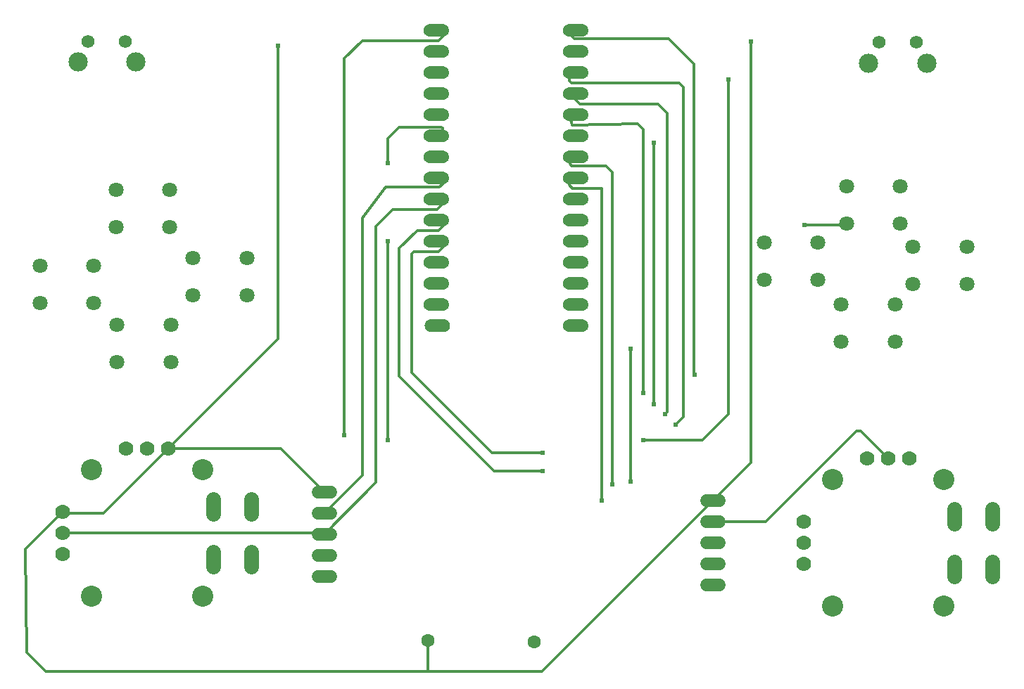
<source format=gbl>
G04 Layer: BottomLayer*
G04 EasyEDA v6.5.5, 2022-05-16 22:10:27*
G04 b8c07eb695134d75bee5dc6a5e37684e,a4ea12fd96744f7d9b8618c9b4952ea7,10*
G04 Gerber Generator version 0.2*
G04 Scale: 100 percent, Rotated: No, Reflected: No *
G04 Dimensions in millimeters *
G04 leading zeros omitted , absolute positions ,4 integer and 5 decimal *
%FSLAX45Y45*%
%MOMM*%

%ADD10C,0.3000*%
%ADD11C,0.6150*%
%ADD14C,1.8000*%
%ADD15C,1.7780*%
%ADD16C,2.5400*%
%ADD17C,1.5751*%
%ADD18C,2.3251*%
%ADD19C,1.6000*%
%ADD20C,1.5240*%

%LPD*%
D10*
X-241300Y952500D02*
G01*
X-241300Y5486400D01*
X-25400Y5702300D01*
X889000Y5702300D01*
X939800Y5753100D01*
X939800Y5829300D01*
X3746500Y1079500D02*
G01*
X3835400Y1168400D01*
X3835400Y5143500D01*
X3784600Y5194300D01*
X2489200Y5194300D01*
X2463800Y5219700D01*
X2463800Y5321300D01*
X4381500Y5232400D02*
G01*
X4381500Y1206500D01*
X4064000Y889000D01*
X3352800Y889000D01*
X838200Y4660900D02*
G01*
X927100Y4660900D01*
X939800Y4648200D01*
X939800Y4559300D01*
X279400Y4229100D02*
G01*
X279400Y4521200D01*
X419100Y4660900D01*
X838200Y4660900D01*
X-482600Y12700D02*
G01*
X-25400Y469900D01*
X-25400Y3568700D01*
X254000Y3937000D01*
X901700Y3937000D01*
X939800Y3975100D01*
X939800Y4051300D01*
X2146300Y520700D02*
G01*
X1562100Y520700D01*
X419100Y1663700D01*
X419100Y3200400D01*
X635000Y3416300D01*
X889000Y3416300D01*
X939800Y3467100D01*
X939800Y3543300D01*
X2578100Y4191000D02*
G01*
X2489200Y4191000D01*
X2476500Y4216400D01*
X2476500Y4292600D01*
X2463800Y4305300D01*
X3619500Y1206500D02*
G01*
X3644900Y1231900D01*
X3644900Y4826000D01*
X3530600Y4940300D01*
X2590800Y4940300D01*
X2463800Y5067300D01*
X3975100Y1676400D02*
G01*
X3962400Y1689100D01*
X3962400Y5422900D01*
X3657600Y5727700D01*
X2527300Y5727700D01*
X2463800Y5791200D01*
X2463800Y5829300D01*
X3352800Y1460500D02*
G01*
X3352800Y4635500D01*
X3289300Y4699000D01*
X2501900Y4686300D01*
X2463800Y4813300D01*
X-2362200Y787400D02*
G01*
X-3136900Y12700D01*
X-3144779Y12700D01*
X-3632200Y25400D02*
G01*
X-3619500Y12700D01*
X-3136900Y12700D01*
X-2362200Y787400D02*
G01*
X-1003300Y787400D01*
X-482600Y266700D01*
X6299200Y673100D02*
G01*
X5969000Y1003300D01*
X5918200Y1003300D01*
X4826000Y-88900D01*
X4191000Y-88900D01*
X5796285Y3496053D02*
G01*
X5780031Y3479800D01*
X5295900Y3479800D01*
X3479800Y1320800D02*
G01*
X3479800Y4470400D01*
X2146300Y736600D02*
G01*
X1535429Y736600D01*
X939800Y3289300D02*
G01*
X939800Y3213100D01*
X889000Y3162300D01*
X596900Y3162300D01*
X571500Y3136900D01*
X571500Y1701545D01*
X1535429Y736600D01*
X-482600Y-241300D02*
G01*
X139707Y381007D01*
X139707Y3467107D01*
X342900Y3670300D01*
X876300Y3670300D01*
X939800Y3733800D01*
X939800Y3797300D01*
X279400Y889000D02*
G01*
X279400Y3289300D01*
X2578100Y4191000D02*
G01*
X2908300Y4191000D01*
X2984500Y4114800D01*
X2984500Y355600D01*
X2857500Y165100D02*
G01*
X2857500Y3924300D01*
X2501900Y3924300D01*
X2463800Y3962400D01*
X2463800Y4051300D01*
X-2362200Y787400D02*
G01*
X-1041400Y2108200D01*
X-1041400Y5638800D01*
X3200400Y1993900D02*
G01*
X3200400Y393700D01*
X4191000Y165100D02*
G01*
X4648200Y622300D01*
X4648200Y5689600D01*
X-3632200Y-228600D02*
G01*
X-495300Y-228600D01*
X-482600Y-241300D01*
X-3632200Y25400D02*
G01*
X-4076700Y-419100D01*
X-4064000Y-1663700D01*
X-3835400Y-1892300D01*
X2133600Y-1892300D01*
X4191000Y165100D01*
X762000Y-1524000D02*
G01*
X762000Y-1892300D01*
D14*
G01*
X7246620Y2772155D03*
G01*
X7246620Y3222244D03*
G01*
X6596379Y2772155D03*
G01*
X6596379Y3222244D03*
G01*
X6383020Y2073655D03*
G01*
X6383020Y2523744D03*
G01*
X5732779Y2073655D03*
G01*
X5732779Y2523744D03*
G01*
X-2329179Y1832355D03*
G01*
X-2329179Y2282444D03*
G01*
X-2979420Y1832355D03*
G01*
X-2979420Y2282444D03*
G01*
X-3256279Y2543555D03*
G01*
X-3256279Y2993644D03*
G01*
X-3906520Y2543555D03*
G01*
X-3906520Y2993644D03*
G01*
X-1414779Y2632455D03*
G01*
X-1414779Y3082544D03*
G01*
X-2065020Y2632455D03*
G01*
X-2065020Y3082544D03*
G01*
X-2341879Y3457955D03*
G01*
X-2341879Y3908044D03*
G01*
X-2992120Y3457955D03*
G01*
X-2992120Y3908044D03*
G01*
X6446520Y3496055D03*
G01*
X6446520Y3946144D03*
G01*
X5796279Y3496055D03*
G01*
X5796279Y3946144D03*
G01*
X5455920Y2822955D03*
G01*
X5455920Y3273044D03*
G01*
X4805679Y2822955D03*
G01*
X4805679Y3273044D03*
D15*
G01*
X-3632200Y25400D03*
G01*
X-3632200Y-228600D03*
G01*
X-3632200Y-482600D03*
D16*
G01*
X-1949450Y533400D03*
G01*
X-3282950Y533400D03*
G01*
X-3282950Y-990600D03*
G01*
X-1949450Y-990600D03*
D15*
G01*
X-2362200Y787400D03*
G01*
X-2616200Y787400D03*
G01*
X-2870200Y787400D03*
G01*
X5283200Y-88900D03*
G01*
X5283200Y-342900D03*
G01*
X5283200Y-596900D03*
D16*
G01*
X6965950Y419100D03*
G01*
X5632450Y419100D03*
G01*
X5632450Y-1104900D03*
G01*
X6965950Y-1104900D03*
D15*
G01*
X6553200Y673100D03*
G01*
X6299200Y673100D03*
G01*
X6045200Y673100D03*
G36*
X2463794Y2197100D02*
G01*
X2454244Y2197709D01*
X2444846Y2199512D01*
X2435727Y2202459D01*
X2427091Y2206523D01*
X2419014Y2211654D01*
X2411623Y2217750D01*
X2405070Y2224735D01*
X2399456Y2232482D01*
X2394833Y2240864D01*
X2391328Y2249754D01*
X2388941Y2259025D01*
X2387747Y2268524D01*
X2387747Y2278100D01*
X2388941Y2287574D01*
X2391328Y2296845D01*
X2394833Y2305761D01*
X2399456Y2314143D01*
X2405070Y2321890D01*
X2411623Y2328849D01*
X2419014Y2334945D01*
X2427091Y2340076D01*
X2435727Y2344165D01*
X2444846Y2347112D01*
X2454244Y2348915D01*
X2463794Y2349500D01*
X2616194Y2349500D01*
X2625745Y2348915D01*
X2635143Y2347112D01*
X2644236Y2344165D01*
X2652897Y2340076D01*
X2660975Y2334945D01*
X2668341Y2328849D01*
X2674894Y2321890D01*
X2680533Y2314143D01*
X2685130Y2305761D01*
X2688661Y2296845D01*
X2691048Y2287574D01*
X2692242Y2278100D01*
X2692242Y2268524D01*
X2691048Y2259025D01*
X2688661Y2249754D01*
X2685130Y2240864D01*
X2680533Y2232482D01*
X2674894Y2224735D01*
X2668341Y2217750D01*
X2660975Y2211654D01*
X2652897Y2206523D01*
X2644236Y2202459D01*
X2635143Y2199512D01*
X2625745Y2197709D01*
X2616194Y2197100D01*
G37*
G36*
X2463794Y2451100D02*
G01*
X2454244Y2451709D01*
X2444846Y2453512D01*
X2435727Y2456459D01*
X2427091Y2460523D01*
X2419014Y2465654D01*
X2411623Y2471750D01*
X2405070Y2478735D01*
X2399456Y2486482D01*
X2394833Y2494864D01*
X2391328Y2503754D01*
X2388941Y2513025D01*
X2387747Y2522524D01*
X2387747Y2532100D01*
X2388941Y2541574D01*
X2391328Y2550845D01*
X2394833Y2559761D01*
X2399456Y2568143D01*
X2405070Y2575890D01*
X2411623Y2582849D01*
X2419014Y2588945D01*
X2427091Y2594076D01*
X2435727Y2598165D01*
X2444846Y2601112D01*
X2454244Y2602915D01*
X2463794Y2603500D01*
X2616194Y2603500D01*
X2625745Y2602915D01*
X2635143Y2601112D01*
X2644236Y2598165D01*
X2652897Y2594076D01*
X2660975Y2588945D01*
X2668341Y2582849D01*
X2674894Y2575890D01*
X2680533Y2568143D01*
X2685130Y2559761D01*
X2688661Y2550845D01*
X2691048Y2541574D01*
X2692242Y2532100D01*
X2692242Y2522524D01*
X2691048Y2513025D01*
X2688661Y2503754D01*
X2685130Y2494864D01*
X2680533Y2486482D01*
X2674894Y2478735D01*
X2668341Y2471750D01*
X2660975Y2465654D01*
X2652897Y2460523D01*
X2644236Y2456459D01*
X2635143Y2453512D01*
X2625745Y2451709D01*
X2616194Y2451100D01*
G37*
G36*
X2463794Y2705100D02*
G01*
X2454244Y2705709D01*
X2444846Y2707512D01*
X2435727Y2710459D01*
X2427091Y2714523D01*
X2419014Y2719654D01*
X2411623Y2725750D01*
X2405070Y2732735D01*
X2399456Y2740482D01*
X2394833Y2748864D01*
X2391328Y2757754D01*
X2388941Y2767025D01*
X2387747Y2776524D01*
X2387747Y2786100D01*
X2388941Y2795574D01*
X2391328Y2804845D01*
X2394833Y2813761D01*
X2399456Y2822143D01*
X2405070Y2829890D01*
X2411623Y2836849D01*
X2419014Y2842945D01*
X2427091Y2848076D01*
X2435727Y2852165D01*
X2444846Y2855112D01*
X2454244Y2856915D01*
X2463794Y2857500D01*
X2616194Y2857500D01*
X2625745Y2856915D01*
X2635143Y2855112D01*
X2644236Y2852165D01*
X2652897Y2848076D01*
X2660975Y2842945D01*
X2668341Y2836849D01*
X2674894Y2829890D01*
X2680533Y2822143D01*
X2685130Y2813761D01*
X2688661Y2804845D01*
X2691048Y2795574D01*
X2692242Y2786100D01*
X2692242Y2776524D01*
X2691048Y2767025D01*
X2688661Y2757754D01*
X2685130Y2748864D01*
X2680533Y2740482D01*
X2674894Y2732735D01*
X2668341Y2725750D01*
X2660975Y2719654D01*
X2652897Y2714523D01*
X2644236Y2710459D01*
X2635143Y2707512D01*
X2625745Y2705709D01*
X2616194Y2705100D01*
G37*
G36*
X2463794Y2959100D02*
G01*
X2454244Y2959709D01*
X2444846Y2961512D01*
X2435727Y2964459D01*
X2427091Y2968523D01*
X2419014Y2973654D01*
X2411623Y2979750D01*
X2405070Y2986735D01*
X2399456Y2994482D01*
X2394833Y3002864D01*
X2391328Y3011754D01*
X2388941Y3021025D01*
X2387747Y3030524D01*
X2387747Y3040100D01*
X2388941Y3049574D01*
X2391328Y3058845D01*
X2394833Y3067761D01*
X2399456Y3076143D01*
X2405070Y3083890D01*
X2411623Y3090849D01*
X2419014Y3096945D01*
X2427091Y3102076D01*
X2435727Y3106165D01*
X2444846Y3109112D01*
X2454244Y3110915D01*
X2463794Y3111500D01*
X2616194Y3111500D01*
X2625745Y3110915D01*
X2635143Y3109112D01*
X2644236Y3106165D01*
X2652897Y3102076D01*
X2660975Y3096945D01*
X2668341Y3090849D01*
X2674894Y3083890D01*
X2680533Y3076143D01*
X2685130Y3067761D01*
X2688661Y3058845D01*
X2691048Y3049574D01*
X2692242Y3040100D01*
X2692242Y3030524D01*
X2691048Y3021025D01*
X2688661Y3011754D01*
X2685130Y3002864D01*
X2680533Y2994482D01*
X2674894Y2986735D01*
X2668341Y2979750D01*
X2660975Y2973654D01*
X2652897Y2968523D01*
X2644236Y2964459D01*
X2635143Y2961512D01*
X2625745Y2959709D01*
X2616194Y2959100D01*
G37*
G36*
X2463794Y3213100D02*
G01*
X2454244Y3213709D01*
X2444846Y3215487D01*
X2435727Y3218459D01*
X2427091Y3222523D01*
X2419014Y3227654D01*
X2411623Y3233750D01*
X2405070Y3240735D01*
X2399456Y3248482D01*
X2394833Y3256864D01*
X2391328Y3265754D01*
X2388941Y3275025D01*
X2387747Y3284524D01*
X2387747Y3294100D01*
X2388941Y3303574D01*
X2391328Y3312845D01*
X2394833Y3321761D01*
X2399456Y3330143D01*
X2405070Y3337864D01*
X2411623Y3344849D01*
X2419014Y3350945D01*
X2427091Y3356076D01*
X2435727Y3360165D01*
X2444846Y3363112D01*
X2454244Y3364915D01*
X2463794Y3365500D01*
X2616194Y3365500D01*
X2625745Y3364915D01*
X2635143Y3363112D01*
X2644236Y3360165D01*
X2652897Y3356076D01*
X2660975Y3350945D01*
X2668341Y3344849D01*
X2674894Y3337864D01*
X2680533Y3330143D01*
X2685130Y3321761D01*
X2688661Y3312845D01*
X2691048Y3303574D01*
X2692242Y3294100D01*
X2692242Y3284524D01*
X2691048Y3275025D01*
X2688661Y3265754D01*
X2685130Y3256864D01*
X2680533Y3248482D01*
X2674894Y3240735D01*
X2668341Y3233750D01*
X2660975Y3227654D01*
X2652897Y3222523D01*
X2644236Y3218459D01*
X2635143Y3215487D01*
X2625745Y3213709D01*
X2616194Y3213100D01*
G37*
G36*
X2463794Y3467100D02*
G01*
X2454244Y3467709D01*
X2444846Y3469487D01*
X2435727Y3472459D01*
X2427091Y3476523D01*
X2419014Y3481654D01*
X2411623Y3487750D01*
X2405070Y3494735D01*
X2399456Y3502482D01*
X2394833Y3510864D01*
X2391328Y3519754D01*
X2388941Y3529025D01*
X2387747Y3538524D01*
X2387747Y3548100D01*
X2388941Y3557574D01*
X2391328Y3566845D01*
X2394833Y3575761D01*
X2399456Y3584143D01*
X2405070Y3591864D01*
X2411623Y3598849D01*
X2419014Y3604945D01*
X2427091Y3610076D01*
X2435727Y3614165D01*
X2444846Y3617112D01*
X2454244Y3618915D01*
X2463794Y3619500D01*
X2616194Y3619500D01*
X2625745Y3618915D01*
X2635143Y3617112D01*
X2644236Y3614165D01*
X2652897Y3610076D01*
X2660975Y3604945D01*
X2668341Y3598849D01*
X2674894Y3591864D01*
X2680533Y3584143D01*
X2685130Y3575761D01*
X2688661Y3566845D01*
X2691048Y3557574D01*
X2692242Y3548100D01*
X2692242Y3538524D01*
X2691048Y3529025D01*
X2688661Y3519754D01*
X2685130Y3510864D01*
X2680533Y3502482D01*
X2674894Y3494735D01*
X2668341Y3487750D01*
X2660975Y3481654D01*
X2652897Y3476523D01*
X2644236Y3472459D01*
X2635143Y3469487D01*
X2625745Y3467709D01*
X2616194Y3467100D01*
G37*
G36*
X2463794Y3975100D02*
G01*
X2454244Y3975709D01*
X2444846Y3977487D01*
X2435727Y3980459D01*
X2427091Y3984523D01*
X2419014Y3989654D01*
X2411623Y3995750D01*
X2405070Y4002735D01*
X2399456Y4010482D01*
X2394833Y4018864D01*
X2391328Y4027754D01*
X2388941Y4037025D01*
X2387747Y4046524D01*
X2387747Y4056100D01*
X2388941Y4065574D01*
X2391328Y4074845D01*
X2394833Y4083761D01*
X2399456Y4092143D01*
X2405070Y4099864D01*
X2411623Y4106849D01*
X2419014Y4112945D01*
X2427091Y4118076D01*
X2435727Y4122140D01*
X2444846Y4125112D01*
X2454244Y4126915D01*
X2463794Y4127500D01*
X2616194Y4127500D01*
X2625745Y4126915D01*
X2635143Y4125112D01*
X2644236Y4122140D01*
X2652897Y4118076D01*
X2660975Y4112945D01*
X2668341Y4106849D01*
X2674894Y4099864D01*
X2680533Y4092143D01*
X2685130Y4083761D01*
X2688661Y4074845D01*
X2691048Y4065574D01*
X2692242Y4056100D01*
X2692242Y4046524D01*
X2691048Y4037025D01*
X2688661Y4027754D01*
X2685130Y4018864D01*
X2680533Y4010482D01*
X2674894Y4002735D01*
X2668341Y3995750D01*
X2660975Y3989654D01*
X2652897Y3984523D01*
X2644236Y3980459D01*
X2635143Y3977487D01*
X2625745Y3975709D01*
X2616194Y3975100D01*
G37*
G36*
X2463794Y4229100D02*
G01*
X2454244Y4229709D01*
X2444846Y4231487D01*
X2435727Y4234459D01*
X2427091Y4238523D01*
X2419014Y4243654D01*
X2411623Y4249750D01*
X2405070Y4256735D01*
X2399456Y4264482D01*
X2394833Y4272864D01*
X2391328Y4281754D01*
X2388941Y4291025D01*
X2387747Y4300524D01*
X2387747Y4310100D01*
X2388941Y4319574D01*
X2391328Y4328845D01*
X2394833Y4337735D01*
X2399456Y4346143D01*
X2405070Y4353864D01*
X2411623Y4360849D01*
X2419014Y4366945D01*
X2427091Y4372076D01*
X2435727Y4376140D01*
X2444846Y4379112D01*
X2454244Y4380890D01*
X2463794Y4381500D01*
X2616194Y4381500D01*
X2625745Y4380890D01*
X2635143Y4379112D01*
X2644236Y4376140D01*
X2652897Y4372076D01*
X2660975Y4366945D01*
X2668341Y4360849D01*
X2674894Y4353864D01*
X2680533Y4346143D01*
X2685130Y4337735D01*
X2688661Y4328845D01*
X2691048Y4319574D01*
X2692242Y4310100D01*
X2692242Y4300524D01*
X2691048Y4291025D01*
X2688661Y4281754D01*
X2685130Y4272864D01*
X2680533Y4264482D01*
X2674894Y4256735D01*
X2668341Y4249750D01*
X2660975Y4243654D01*
X2652897Y4238523D01*
X2644236Y4234459D01*
X2635143Y4231487D01*
X2625745Y4229709D01*
X2616194Y4229100D01*
G37*
G36*
X2463794Y4483100D02*
G01*
X2454244Y4483709D01*
X2444846Y4485487D01*
X2435727Y4488459D01*
X2427091Y4492523D01*
X2419014Y4497654D01*
X2411623Y4503750D01*
X2405070Y4510735D01*
X2399456Y4518482D01*
X2394833Y4526864D01*
X2391328Y4535754D01*
X2388941Y4545025D01*
X2387747Y4554524D01*
X2387747Y4564100D01*
X2388941Y4573574D01*
X2391328Y4582845D01*
X2394833Y4591735D01*
X2399456Y4600143D01*
X2405070Y4607864D01*
X2411623Y4614849D01*
X2419014Y4620945D01*
X2427091Y4626076D01*
X2435727Y4630140D01*
X2444846Y4633112D01*
X2454244Y4634890D01*
X2463794Y4635500D01*
X2616194Y4635500D01*
X2625745Y4634890D01*
X2635143Y4633112D01*
X2644236Y4630140D01*
X2652897Y4626076D01*
X2660975Y4620945D01*
X2668341Y4614849D01*
X2674894Y4607864D01*
X2680533Y4600143D01*
X2685130Y4591735D01*
X2688661Y4582845D01*
X2691048Y4573574D01*
X2692242Y4564100D01*
X2692242Y4554524D01*
X2691048Y4545025D01*
X2688661Y4535754D01*
X2685130Y4526864D01*
X2680533Y4518482D01*
X2674894Y4510735D01*
X2668341Y4503750D01*
X2660975Y4497654D01*
X2652897Y4492523D01*
X2644236Y4488459D01*
X2635143Y4485487D01*
X2625745Y4483709D01*
X2616194Y4483100D01*
G37*
G36*
X2463794Y4737100D02*
G01*
X2454244Y4737709D01*
X2444846Y4739487D01*
X2435727Y4742459D01*
X2427091Y4746523D01*
X2419014Y4751654D01*
X2411623Y4757750D01*
X2405070Y4764735D01*
X2399456Y4772482D01*
X2394833Y4780864D01*
X2391328Y4789754D01*
X2388941Y4799025D01*
X2387747Y4808524D01*
X2387747Y4818075D01*
X2388941Y4827574D01*
X2391328Y4836845D01*
X2394833Y4845735D01*
X2399456Y4854143D01*
X2405070Y4861864D01*
X2411623Y4868849D01*
X2419014Y4874945D01*
X2427091Y4880076D01*
X2435727Y4884140D01*
X2444846Y4887112D01*
X2454244Y4888890D01*
X2463794Y4889500D01*
X2616194Y4889500D01*
X2625745Y4888890D01*
X2635143Y4887112D01*
X2644236Y4884140D01*
X2652897Y4880076D01*
X2660975Y4874945D01*
X2668341Y4868849D01*
X2674894Y4861864D01*
X2680533Y4854143D01*
X2685130Y4845735D01*
X2688661Y4836845D01*
X2691048Y4827574D01*
X2692242Y4818075D01*
X2692242Y4808524D01*
X2691048Y4799025D01*
X2688661Y4789754D01*
X2685130Y4780864D01*
X2680533Y4772482D01*
X2674894Y4764735D01*
X2668341Y4757750D01*
X2660975Y4751654D01*
X2652897Y4746523D01*
X2644236Y4742459D01*
X2635143Y4739487D01*
X2625745Y4737709D01*
X2616194Y4737100D01*
G37*
G36*
X2463794Y4991100D02*
G01*
X2454244Y4991709D01*
X2444846Y4993487D01*
X2435727Y4996459D01*
X2427091Y5000523D01*
X2419014Y5005654D01*
X2411623Y5011750D01*
X2405070Y5018735D01*
X2399456Y5026482D01*
X2394833Y5034864D01*
X2391328Y5043754D01*
X2388941Y5053025D01*
X2387747Y5062524D01*
X2387747Y5072075D01*
X2388941Y5081574D01*
X2391328Y5090845D01*
X2394833Y5099735D01*
X2399456Y5108143D01*
X2405070Y5115864D01*
X2411623Y5122849D01*
X2419014Y5128945D01*
X2427091Y5134076D01*
X2435727Y5138140D01*
X2444846Y5141112D01*
X2454244Y5142890D01*
X2463794Y5143500D01*
X2616194Y5143500D01*
X2625745Y5142890D01*
X2635143Y5141112D01*
X2644236Y5138140D01*
X2652897Y5134076D01*
X2660975Y5128945D01*
X2668341Y5122849D01*
X2674894Y5115864D01*
X2680533Y5108143D01*
X2685130Y5099735D01*
X2688661Y5090845D01*
X2691048Y5081574D01*
X2692242Y5072075D01*
X2692242Y5062524D01*
X2691048Y5053025D01*
X2688661Y5043754D01*
X2685130Y5034864D01*
X2680533Y5026482D01*
X2674894Y5018735D01*
X2668341Y5011750D01*
X2660975Y5005654D01*
X2652897Y5000523D01*
X2644236Y4996459D01*
X2635143Y4993487D01*
X2625745Y4991709D01*
X2616194Y4991100D01*
G37*
G36*
X2463794Y5245100D02*
G01*
X2454244Y5245709D01*
X2444846Y5247487D01*
X2435727Y5250459D01*
X2427091Y5254523D01*
X2419014Y5259654D01*
X2411623Y5265750D01*
X2405070Y5272735D01*
X2399456Y5280482D01*
X2394833Y5288864D01*
X2391328Y5297754D01*
X2388941Y5307025D01*
X2387747Y5316524D01*
X2387747Y5326075D01*
X2388941Y5335574D01*
X2391328Y5344845D01*
X2394833Y5353735D01*
X2399456Y5362143D01*
X2405070Y5369864D01*
X2411623Y5376849D01*
X2419014Y5382945D01*
X2427091Y5388076D01*
X2435727Y5392140D01*
X2444846Y5395112D01*
X2454244Y5396890D01*
X2463794Y5397500D01*
X2616194Y5397500D01*
X2625745Y5396890D01*
X2635143Y5395112D01*
X2644236Y5392140D01*
X2652897Y5388076D01*
X2660975Y5382945D01*
X2668341Y5376849D01*
X2674894Y5369864D01*
X2680533Y5362143D01*
X2685130Y5353735D01*
X2688661Y5344845D01*
X2691048Y5335574D01*
X2692242Y5326075D01*
X2692242Y5316524D01*
X2691048Y5307025D01*
X2688661Y5297754D01*
X2685130Y5288864D01*
X2680533Y5280482D01*
X2674894Y5272735D01*
X2668341Y5265750D01*
X2660975Y5259654D01*
X2652897Y5254523D01*
X2644236Y5250459D01*
X2635143Y5247487D01*
X2625745Y5245709D01*
X2616194Y5245100D01*
G37*
G36*
X2463794Y5499100D02*
G01*
X2454244Y5499709D01*
X2444846Y5501487D01*
X2435727Y5504459D01*
X2427091Y5508523D01*
X2419014Y5513654D01*
X2411623Y5519750D01*
X2405070Y5526735D01*
X2399456Y5534482D01*
X2394833Y5542864D01*
X2391328Y5551754D01*
X2388941Y5561025D01*
X2387747Y5570524D01*
X2387747Y5580075D01*
X2388941Y5589574D01*
X2391328Y5598845D01*
X2394833Y5607735D01*
X2399456Y5616143D01*
X2405070Y5623864D01*
X2411623Y5630849D01*
X2419014Y5636945D01*
X2427091Y5642076D01*
X2435727Y5646140D01*
X2444846Y5649112D01*
X2454244Y5650890D01*
X2463794Y5651500D01*
X2616194Y5651500D01*
X2625745Y5650890D01*
X2635143Y5649112D01*
X2644236Y5646140D01*
X2652897Y5642076D01*
X2660975Y5636945D01*
X2668341Y5630849D01*
X2674894Y5623864D01*
X2680533Y5616143D01*
X2685130Y5607735D01*
X2688661Y5598845D01*
X2691048Y5589574D01*
X2692242Y5580075D01*
X2692242Y5570524D01*
X2691048Y5561025D01*
X2688661Y5551754D01*
X2685130Y5542864D01*
X2680533Y5534482D01*
X2674894Y5526735D01*
X2668341Y5519750D01*
X2660975Y5513654D01*
X2652897Y5508523D01*
X2644236Y5504459D01*
X2635143Y5501487D01*
X2625745Y5499709D01*
X2616194Y5499100D01*
G37*
G36*
X2463794Y5753100D02*
G01*
X2454244Y5753709D01*
X2444846Y5755487D01*
X2435727Y5758459D01*
X2427091Y5762523D01*
X2419014Y5767654D01*
X2411623Y5773750D01*
X2405070Y5780735D01*
X2399456Y5788482D01*
X2394833Y5796864D01*
X2391328Y5805754D01*
X2388941Y5815025D01*
X2387747Y5824524D01*
X2387747Y5834075D01*
X2388941Y5843574D01*
X2391328Y5852845D01*
X2394833Y5861735D01*
X2399456Y5870143D01*
X2405070Y5877864D01*
X2411623Y5884849D01*
X2419014Y5890945D01*
X2427091Y5896076D01*
X2435727Y5900140D01*
X2444846Y5903112D01*
X2454244Y5904890D01*
X2463794Y5905500D01*
X2616194Y5905500D01*
X2625745Y5904890D01*
X2635143Y5903112D01*
X2644236Y5900140D01*
X2652897Y5896076D01*
X2660975Y5890945D01*
X2668341Y5884849D01*
X2674894Y5877864D01*
X2680533Y5870143D01*
X2685130Y5861735D01*
X2688661Y5852845D01*
X2691048Y5843574D01*
X2692242Y5834075D01*
X2692242Y5824524D01*
X2691048Y5815025D01*
X2688661Y5805754D01*
X2685130Y5796864D01*
X2680533Y5788482D01*
X2674894Y5780735D01*
X2668341Y5773750D01*
X2660975Y5767654D01*
X2652897Y5762523D01*
X2644236Y5758459D01*
X2635143Y5755487D01*
X2625745Y5753709D01*
X2616194Y5753100D01*
G37*
G36*
X939800Y5905500D02*
G01*
X949350Y5904890D01*
X958748Y5903112D01*
X967841Y5900140D01*
X976502Y5896076D01*
X984580Y5890945D01*
X991971Y5884849D01*
X998524Y5877864D01*
X1004138Y5870143D01*
X1008735Y5861735D01*
X1012266Y5852845D01*
X1014653Y5843574D01*
X1015847Y5834075D01*
X1015847Y5824524D01*
X1014653Y5815025D01*
X1012266Y5805754D01*
X1008735Y5796864D01*
X1004138Y5788482D01*
X998524Y5780735D01*
X991971Y5773750D01*
X984580Y5767654D01*
X976502Y5762523D01*
X967841Y5758459D01*
X958748Y5755487D01*
X949350Y5753709D01*
X939800Y5753100D01*
X787400Y5753100D01*
X777849Y5753709D01*
X768451Y5755487D01*
X759358Y5758459D01*
X750697Y5762523D01*
X742619Y5767654D01*
X735228Y5773750D01*
X728675Y5780735D01*
X723061Y5788482D01*
X718464Y5796864D01*
X714933Y5805754D01*
X712546Y5815025D01*
X711352Y5824524D01*
X711352Y5834075D01*
X712546Y5843574D01*
X714933Y5852845D01*
X718464Y5861735D01*
X723061Y5870143D01*
X728675Y5877864D01*
X735228Y5884849D01*
X742619Y5890945D01*
X750697Y5896076D01*
X759358Y5900140D01*
X768451Y5903112D01*
X777849Y5904890D01*
X787400Y5905500D01*
G37*
G36*
X939800Y5651500D02*
G01*
X949350Y5650890D01*
X958748Y5649112D01*
X967841Y5646140D01*
X976502Y5642076D01*
X984580Y5636945D01*
X991971Y5630849D01*
X998524Y5623864D01*
X1004138Y5616143D01*
X1008735Y5607735D01*
X1012266Y5598845D01*
X1014653Y5589574D01*
X1015847Y5580075D01*
X1015847Y5570524D01*
X1014653Y5561025D01*
X1012266Y5551754D01*
X1008735Y5542864D01*
X1004138Y5534482D01*
X998524Y5526735D01*
X991971Y5519750D01*
X984580Y5513654D01*
X976502Y5508523D01*
X967841Y5504459D01*
X958748Y5501487D01*
X949350Y5499709D01*
X939800Y5499100D01*
X787400Y5499100D01*
X777849Y5499709D01*
X768451Y5501487D01*
X759358Y5504459D01*
X750697Y5508523D01*
X742619Y5513654D01*
X735228Y5519750D01*
X728675Y5526735D01*
X723061Y5534482D01*
X718464Y5542864D01*
X714933Y5551754D01*
X712546Y5561025D01*
X711352Y5570524D01*
X711352Y5580075D01*
X712546Y5589574D01*
X714933Y5598845D01*
X718464Y5607735D01*
X723061Y5616143D01*
X728675Y5623864D01*
X735228Y5630849D01*
X742619Y5636945D01*
X750697Y5642076D01*
X759358Y5646140D01*
X768451Y5649112D01*
X777849Y5650890D01*
X787400Y5651500D01*
G37*
G36*
X939800Y5397500D02*
G01*
X949350Y5396890D01*
X958748Y5395112D01*
X967841Y5392140D01*
X976502Y5388076D01*
X984580Y5382945D01*
X991971Y5376849D01*
X998524Y5369864D01*
X1004138Y5362143D01*
X1008735Y5353735D01*
X1012266Y5344845D01*
X1014653Y5335574D01*
X1015847Y5326075D01*
X1015847Y5316524D01*
X1014653Y5307025D01*
X1012266Y5297754D01*
X1008735Y5288864D01*
X1004138Y5280482D01*
X998524Y5272735D01*
X991971Y5265750D01*
X984580Y5259654D01*
X976502Y5254523D01*
X967841Y5250459D01*
X958748Y5247487D01*
X949350Y5245709D01*
X939800Y5245100D01*
X787400Y5245100D01*
X777849Y5245709D01*
X768451Y5247487D01*
X759358Y5250459D01*
X750697Y5254523D01*
X742619Y5259654D01*
X735228Y5265750D01*
X728675Y5272735D01*
X723061Y5280482D01*
X718464Y5288864D01*
X714933Y5297754D01*
X712546Y5307025D01*
X711352Y5316524D01*
X711352Y5326075D01*
X712546Y5335574D01*
X714933Y5344845D01*
X718464Y5353735D01*
X723061Y5362143D01*
X728675Y5369864D01*
X735228Y5376849D01*
X742619Y5382945D01*
X750697Y5388076D01*
X759358Y5392140D01*
X768451Y5395112D01*
X777849Y5396890D01*
X787400Y5397500D01*
G37*
G36*
X939800Y5143500D02*
G01*
X949350Y5142890D01*
X958748Y5141112D01*
X967841Y5138140D01*
X976502Y5134076D01*
X984580Y5128945D01*
X991971Y5122849D01*
X998524Y5115864D01*
X1004138Y5108143D01*
X1008735Y5099735D01*
X1012266Y5090845D01*
X1014653Y5081574D01*
X1015847Y5072075D01*
X1015847Y5062524D01*
X1014653Y5053025D01*
X1012266Y5043754D01*
X1008735Y5034864D01*
X1004138Y5026482D01*
X998524Y5018735D01*
X991971Y5011750D01*
X984580Y5005654D01*
X976502Y5000523D01*
X967841Y4996459D01*
X958748Y4993487D01*
X949350Y4991709D01*
X939800Y4991100D01*
X787400Y4991100D01*
X777849Y4991709D01*
X768451Y4993487D01*
X759358Y4996459D01*
X750697Y5000523D01*
X742619Y5005654D01*
X735228Y5011750D01*
X728675Y5018735D01*
X723061Y5026482D01*
X718464Y5034864D01*
X714933Y5043754D01*
X712546Y5053025D01*
X711352Y5062524D01*
X711352Y5072075D01*
X712546Y5081574D01*
X714933Y5090845D01*
X718464Y5099735D01*
X723061Y5108143D01*
X728675Y5115864D01*
X735228Y5122849D01*
X742619Y5128945D01*
X750697Y5134076D01*
X759358Y5138140D01*
X768451Y5141112D01*
X777849Y5142890D01*
X787400Y5143500D01*
G37*
G36*
X939800Y4889500D02*
G01*
X949350Y4888890D01*
X958748Y4887112D01*
X967841Y4884140D01*
X976502Y4880076D01*
X984580Y4874945D01*
X991971Y4868849D01*
X998524Y4861864D01*
X1004138Y4854143D01*
X1008735Y4845735D01*
X1012266Y4836845D01*
X1014653Y4827574D01*
X1015847Y4818075D01*
X1015847Y4808524D01*
X1014653Y4799025D01*
X1012266Y4789754D01*
X1008735Y4780864D01*
X1004138Y4772482D01*
X998524Y4764735D01*
X991971Y4757750D01*
X984580Y4751654D01*
X976502Y4746523D01*
X967841Y4742459D01*
X958748Y4739487D01*
X949350Y4737709D01*
X939800Y4737100D01*
X787400Y4737100D01*
X777849Y4737709D01*
X768451Y4739487D01*
X759358Y4742459D01*
X750697Y4746523D01*
X742619Y4751654D01*
X735228Y4757750D01*
X728675Y4764735D01*
X723061Y4772482D01*
X718464Y4780864D01*
X714933Y4789754D01*
X712546Y4799025D01*
X711352Y4808524D01*
X711352Y4818075D01*
X712546Y4827574D01*
X714933Y4836845D01*
X718464Y4845735D01*
X723061Y4854143D01*
X728675Y4861864D01*
X735228Y4868849D01*
X742619Y4874945D01*
X750697Y4880076D01*
X759358Y4884140D01*
X768451Y4887112D01*
X777849Y4888890D01*
X787400Y4889500D01*
G37*
G36*
X939800Y4635500D02*
G01*
X949350Y4634890D01*
X958748Y4633112D01*
X967841Y4630140D01*
X976502Y4626076D01*
X984580Y4620945D01*
X991971Y4614849D01*
X998524Y4607864D01*
X1004138Y4600143D01*
X1008735Y4591735D01*
X1012266Y4582845D01*
X1014653Y4573574D01*
X1015847Y4564100D01*
X1015847Y4554524D01*
X1014653Y4545025D01*
X1012266Y4535754D01*
X1008735Y4526864D01*
X1004138Y4518482D01*
X998524Y4510735D01*
X991971Y4503750D01*
X984580Y4497654D01*
X976502Y4492523D01*
X967841Y4488459D01*
X958748Y4485487D01*
X949350Y4483709D01*
X939800Y4483100D01*
X787400Y4483100D01*
X777849Y4483709D01*
X768451Y4485487D01*
X759358Y4488459D01*
X750697Y4492523D01*
X742619Y4497654D01*
X735228Y4503750D01*
X728675Y4510735D01*
X723061Y4518482D01*
X718464Y4526864D01*
X714933Y4535754D01*
X712546Y4545025D01*
X711352Y4554524D01*
X711352Y4564100D01*
X712546Y4573574D01*
X714933Y4582845D01*
X718464Y4591735D01*
X723061Y4600143D01*
X728675Y4607864D01*
X735228Y4614849D01*
X742619Y4620945D01*
X750697Y4626076D01*
X759358Y4630140D01*
X768451Y4633112D01*
X777849Y4634890D01*
X787400Y4635500D01*
G37*
G36*
X939800Y4381500D02*
G01*
X949350Y4380890D01*
X958748Y4379112D01*
X967841Y4376140D01*
X976502Y4372076D01*
X984580Y4366945D01*
X991971Y4360849D01*
X998524Y4353864D01*
X1004138Y4346143D01*
X1008735Y4337735D01*
X1012266Y4328845D01*
X1014653Y4319574D01*
X1015847Y4310100D01*
X1015847Y4300524D01*
X1014653Y4291025D01*
X1012266Y4281754D01*
X1008735Y4272864D01*
X1004138Y4264482D01*
X998524Y4256735D01*
X991971Y4249750D01*
X984580Y4243654D01*
X976502Y4238523D01*
X967841Y4234459D01*
X958748Y4231487D01*
X949350Y4229709D01*
X939800Y4229100D01*
X787400Y4229100D01*
X777849Y4229709D01*
X768451Y4231487D01*
X759358Y4234459D01*
X750697Y4238523D01*
X742619Y4243654D01*
X735228Y4249750D01*
X728675Y4256735D01*
X723061Y4264482D01*
X718464Y4272864D01*
X714933Y4281754D01*
X712546Y4291025D01*
X711352Y4300524D01*
X711352Y4310100D01*
X712546Y4319574D01*
X714933Y4328845D01*
X718464Y4337735D01*
X723061Y4346143D01*
X728675Y4353864D01*
X735228Y4360849D01*
X742619Y4366945D01*
X750697Y4372076D01*
X759358Y4376140D01*
X768451Y4379112D01*
X777849Y4380890D01*
X787400Y4381500D01*
G37*
G36*
X939800Y4127500D02*
G01*
X949350Y4126915D01*
X958748Y4125112D01*
X967841Y4122140D01*
X976502Y4118076D01*
X984580Y4112945D01*
X991971Y4106849D01*
X998524Y4099864D01*
X1004138Y4092143D01*
X1008735Y4083761D01*
X1012266Y4074845D01*
X1014653Y4065574D01*
X1015847Y4056100D01*
X1015847Y4046524D01*
X1014653Y4037025D01*
X1012266Y4027754D01*
X1008735Y4018864D01*
X1004138Y4010482D01*
X998524Y4002735D01*
X991971Y3995750D01*
X984580Y3989654D01*
X976502Y3984523D01*
X967841Y3980459D01*
X958748Y3977487D01*
X949350Y3975709D01*
X939800Y3975100D01*
X787400Y3975100D01*
X777849Y3975709D01*
X768451Y3977487D01*
X759358Y3980459D01*
X750697Y3984523D01*
X742619Y3989654D01*
X735228Y3995750D01*
X728675Y4002735D01*
X723061Y4010482D01*
X718464Y4018864D01*
X714933Y4027754D01*
X712546Y4037025D01*
X711352Y4046524D01*
X711352Y4056100D01*
X712546Y4065574D01*
X714933Y4074845D01*
X718464Y4083761D01*
X723061Y4092143D01*
X728675Y4099864D01*
X735228Y4106849D01*
X742619Y4112945D01*
X750697Y4118076D01*
X759358Y4122140D01*
X768451Y4125112D01*
X777849Y4126915D01*
X787400Y4127500D01*
G37*
G36*
X939800Y3873500D02*
G01*
X949350Y3872915D01*
X958748Y3871112D01*
X967841Y3868165D01*
X976502Y3864076D01*
X984580Y3858945D01*
X991971Y3852849D01*
X998524Y3845864D01*
X1004138Y3838143D01*
X1008735Y3829761D01*
X1012266Y3820845D01*
X1014653Y3811574D01*
X1015847Y3802100D01*
X1015847Y3792524D01*
X1014653Y3783025D01*
X1012266Y3773754D01*
X1008735Y3764864D01*
X1004138Y3756482D01*
X998524Y3748735D01*
X991971Y3741750D01*
X984580Y3735654D01*
X976502Y3730523D01*
X967841Y3726459D01*
X958748Y3723487D01*
X949350Y3721709D01*
X939800Y3721100D01*
X787400Y3721100D01*
X777849Y3721709D01*
X768451Y3723487D01*
X759358Y3726459D01*
X750697Y3730523D01*
X742619Y3735654D01*
X735228Y3741750D01*
X728675Y3748735D01*
X723061Y3756482D01*
X718464Y3764864D01*
X714933Y3773754D01*
X712546Y3783025D01*
X711352Y3792524D01*
X711352Y3802100D01*
X712546Y3811574D01*
X714933Y3820845D01*
X718464Y3829761D01*
X723061Y3838143D01*
X728675Y3845864D01*
X735228Y3852849D01*
X742619Y3858945D01*
X750697Y3864076D01*
X759358Y3868165D01*
X768451Y3871112D01*
X777849Y3872915D01*
X787400Y3873500D01*
G37*
G36*
X939800Y3619500D02*
G01*
X949350Y3618915D01*
X958748Y3617112D01*
X967841Y3614165D01*
X976502Y3610076D01*
X984580Y3604945D01*
X991971Y3598849D01*
X998524Y3591864D01*
X1004138Y3584143D01*
X1008735Y3575761D01*
X1012266Y3566845D01*
X1014653Y3557574D01*
X1015847Y3548100D01*
X1015847Y3538524D01*
X1014653Y3529025D01*
X1012266Y3519754D01*
X1008735Y3510864D01*
X1004138Y3502482D01*
X998524Y3494735D01*
X991971Y3487750D01*
X984580Y3481654D01*
X976502Y3476523D01*
X967841Y3472459D01*
X958748Y3469487D01*
X949350Y3467709D01*
X939800Y3467100D01*
X787400Y3467100D01*
X777849Y3467709D01*
X768451Y3469487D01*
X759358Y3472459D01*
X750697Y3476523D01*
X742619Y3481654D01*
X735228Y3487750D01*
X728675Y3494735D01*
X723061Y3502482D01*
X718464Y3510864D01*
X714933Y3519754D01*
X712546Y3529025D01*
X711352Y3538524D01*
X711352Y3548100D01*
X712546Y3557574D01*
X714933Y3566845D01*
X718464Y3575761D01*
X723061Y3584143D01*
X728675Y3591864D01*
X735228Y3598849D01*
X742619Y3604945D01*
X750697Y3610076D01*
X759358Y3614165D01*
X768451Y3617112D01*
X777849Y3618915D01*
X787400Y3619500D01*
G37*
G36*
X939800Y3365500D02*
G01*
X949350Y3364915D01*
X958748Y3363112D01*
X967841Y3360165D01*
X976502Y3356076D01*
X984580Y3350945D01*
X991971Y3344849D01*
X998524Y3337864D01*
X1004138Y3330143D01*
X1008735Y3321761D01*
X1012266Y3312845D01*
X1014653Y3303574D01*
X1015847Y3294100D01*
X1015847Y3284524D01*
X1014653Y3275025D01*
X1012266Y3265754D01*
X1008735Y3256864D01*
X1004138Y3248482D01*
X998524Y3240735D01*
X991971Y3233750D01*
X984580Y3227654D01*
X976502Y3222523D01*
X967841Y3218459D01*
X958748Y3215487D01*
X949350Y3213709D01*
X939800Y3213100D01*
X787400Y3213100D01*
X777849Y3213709D01*
X768451Y3215487D01*
X759358Y3218459D01*
X750697Y3222523D01*
X742619Y3227654D01*
X735228Y3233750D01*
X728675Y3240735D01*
X723061Y3248482D01*
X718464Y3256864D01*
X714933Y3265754D01*
X712546Y3275025D01*
X711352Y3284524D01*
X711352Y3294100D01*
X712546Y3303574D01*
X714933Y3312845D01*
X718464Y3321761D01*
X723061Y3330143D01*
X728675Y3337864D01*
X735228Y3344849D01*
X742619Y3350945D01*
X750697Y3356076D01*
X759358Y3360165D01*
X768451Y3363112D01*
X777849Y3364915D01*
X787400Y3365500D01*
G37*
G36*
X939800Y3111500D02*
G01*
X949350Y3110915D01*
X958748Y3109112D01*
X967841Y3106165D01*
X976502Y3102076D01*
X984580Y3096945D01*
X991971Y3090849D01*
X998524Y3083890D01*
X1004138Y3076143D01*
X1008735Y3067761D01*
X1012266Y3058845D01*
X1014653Y3049574D01*
X1015847Y3040100D01*
X1015847Y3030524D01*
X1014653Y3021025D01*
X1012266Y3011754D01*
X1008735Y3002864D01*
X1004138Y2994482D01*
X998524Y2986735D01*
X991971Y2979750D01*
X984580Y2973654D01*
X976502Y2968523D01*
X967841Y2964459D01*
X958748Y2961512D01*
X949350Y2959709D01*
X939800Y2959100D01*
X787400Y2959100D01*
X777849Y2959709D01*
X768451Y2961512D01*
X759358Y2964459D01*
X750697Y2968523D01*
X742619Y2973654D01*
X735228Y2979750D01*
X728675Y2986735D01*
X723061Y2994482D01*
X718464Y3002864D01*
X714933Y3011754D01*
X712546Y3021025D01*
X711352Y3030524D01*
X711352Y3040100D01*
X712546Y3049574D01*
X714933Y3058845D01*
X718464Y3067761D01*
X723061Y3076143D01*
X728675Y3083890D01*
X735228Y3090849D01*
X742619Y3096945D01*
X750697Y3102076D01*
X759358Y3106165D01*
X768451Y3109112D01*
X777849Y3110915D01*
X787400Y3111500D01*
G37*
G36*
X939800Y2857500D02*
G01*
X949350Y2856915D01*
X958748Y2855112D01*
X967841Y2852165D01*
X976502Y2848076D01*
X984580Y2842945D01*
X991971Y2836849D01*
X998524Y2829890D01*
X1004138Y2822143D01*
X1008735Y2813761D01*
X1012266Y2804845D01*
X1014653Y2795574D01*
X1015847Y2786100D01*
X1015847Y2776524D01*
X1014653Y2767025D01*
X1012266Y2757754D01*
X1008735Y2748864D01*
X1004138Y2740482D01*
X998524Y2732735D01*
X991971Y2725750D01*
X984580Y2719654D01*
X976502Y2714523D01*
X967841Y2710459D01*
X958748Y2707512D01*
X949350Y2705709D01*
X939800Y2705100D01*
X787400Y2705100D01*
X777849Y2705709D01*
X768451Y2707512D01*
X759358Y2710459D01*
X750697Y2714523D01*
X742619Y2719654D01*
X735228Y2725750D01*
X728675Y2732735D01*
X723061Y2740482D01*
X718464Y2748864D01*
X714933Y2757754D01*
X712546Y2767025D01*
X711352Y2776524D01*
X711352Y2786100D01*
X712546Y2795574D01*
X714933Y2804845D01*
X718464Y2813761D01*
X723061Y2822143D01*
X728675Y2829890D01*
X735228Y2836849D01*
X742619Y2842945D01*
X750697Y2848076D01*
X759358Y2852165D01*
X768451Y2855112D01*
X777849Y2856915D01*
X787400Y2857500D01*
G37*
G36*
X939800Y2603500D02*
G01*
X949350Y2602915D01*
X958748Y2601112D01*
X967841Y2598165D01*
X976502Y2594076D01*
X984580Y2588945D01*
X991971Y2582849D01*
X998524Y2575890D01*
X1004138Y2568143D01*
X1008735Y2559761D01*
X1012266Y2550845D01*
X1014653Y2541574D01*
X1015847Y2532100D01*
X1015847Y2522524D01*
X1014653Y2513025D01*
X1012266Y2503754D01*
X1008735Y2494864D01*
X1004138Y2486482D01*
X998524Y2478735D01*
X991971Y2471750D01*
X984580Y2465654D01*
X976502Y2460523D01*
X967841Y2456459D01*
X958748Y2453512D01*
X949350Y2451709D01*
X939800Y2451100D01*
X787400Y2451100D01*
X777849Y2451709D01*
X768451Y2453512D01*
X759358Y2456459D01*
X750697Y2460523D01*
X742619Y2465654D01*
X735228Y2471750D01*
X728675Y2478735D01*
X723061Y2486482D01*
X718464Y2494864D01*
X714933Y2503754D01*
X712546Y2513025D01*
X711352Y2522524D01*
X711352Y2532100D01*
X712546Y2541574D01*
X714933Y2550845D01*
X718464Y2559761D01*
X723061Y2568143D01*
X728675Y2575890D01*
X735228Y2582849D01*
X742619Y2588945D01*
X750697Y2594076D01*
X759358Y2598165D01*
X768451Y2601112D01*
X777849Y2602915D01*
X787400Y2603500D01*
G37*
G36*
X2463800Y3721100D02*
G01*
X2454249Y3721709D01*
X2444851Y3723487D01*
X2435733Y3726459D01*
X2427097Y3730523D01*
X2419019Y3735654D01*
X2411628Y3741750D01*
X2405075Y3748735D01*
X2399461Y3756482D01*
X2394838Y3764864D01*
X2391333Y3773754D01*
X2388946Y3783025D01*
X2387752Y3792524D01*
X2387752Y3802100D01*
X2388946Y3811574D01*
X2391333Y3820845D01*
X2394838Y3829761D01*
X2399461Y3838143D01*
X2405075Y3845864D01*
X2411628Y3852849D01*
X2419019Y3858945D01*
X2427097Y3864076D01*
X2435733Y3868140D01*
X2444851Y3871112D01*
X2454249Y3872915D01*
X2463800Y3873500D01*
X2616200Y3873500D01*
X2625750Y3872915D01*
X2635148Y3871112D01*
X2644241Y3868140D01*
X2652902Y3864076D01*
X2660980Y3858945D01*
X2668346Y3852849D01*
X2674899Y3845864D01*
X2680538Y3838143D01*
X2685135Y3829761D01*
X2688666Y3820845D01*
X2691053Y3811574D01*
X2692247Y3802100D01*
X2692247Y3792524D01*
X2691053Y3783025D01*
X2688666Y3773754D01*
X2685135Y3764864D01*
X2680538Y3756482D01*
X2674899Y3748735D01*
X2668346Y3741750D01*
X2660980Y3735654D01*
X2652902Y3730523D01*
X2644241Y3726459D01*
X2635148Y3723487D01*
X2625750Y3721709D01*
X2616200Y3721100D01*
G37*
G36*
X952500Y2349500D02*
G01*
X962050Y2348915D01*
X971448Y2347112D01*
X980541Y2344165D01*
X989202Y2340076D01*
X997280Y2334945D01*
X1004671Y2328849D01*
X1011224Y2321890D01*
X1016838Y2314143D01*
X1021435Y2305761D01*
X1024966Y2296845D01*
X1027353Y2287574D01*
X1028547Y2278100D01*
X1028547Y2268524D01*
X1027353Y2259025D01*
X1024966Y2249754D01*
X1021435Y2240864D01*
X1016838Y2232482D01*
X1011224Y2224735D01*
X1004671Y2217750D01*
X997280Y2211654D01*
X989202Y2206523D01*
X980541Y2202459D01*
X971448Y2199512D01*
X962050Y2197709D01*
X952500Y2197100D01*
X800100Y2197100D01*
X790549Y2197709D01*
X781151Y2199512D01*
X772058Y2202459D01*
X763397Y2206523D01*
X755319Y2211654D01*
X747928Y2217750D01*
X741375Y2224735D01*
X735761Y2232482D01*
X731164Y2240864D01*
X727633Y2249754D01*
X725246Y2259025D01*
X724052Y2268524D01*
X724052Y2278100D01*
X725246Y2287574D01*
X727633Y2296845D01*
X731164Y2305761D01*
X735761Y2314143D01*
X741375Y2321890D01*
X747928Y2328849D01*
X755319Y2334945D01*
X763397Y2340076D01*
X772058Y2344165D01*
X781151Y2347112D01*
X790549Y2348915D01*
X800100Y2349500D01*
G37*
D17*
G01*
X-2873806Y5693206D03*
G01*
X-3323793Y5693206D03*
D18*
G01*
X-2748813Y5443194D03*
G01*
X-3448786Y5443194D03*
D17*
G01*
X6638493Y5680506D03*
G01*
X6188506Y5680506D03*
D18*
G01*
X6763486Y5430494D03*
G01*
X6063513Y5430494D03*
D19*
G01*
X762000Y-1524000D03*
G01*
X2044700Y-1536700D03*
D11*
G01*
X5295900Y3479800D03*
G01*
X3200400Y1993900D03*
G01*
X3352800Y1460500D03*
G01*
X3479800Y1320800D03*
G01*
X3619500Y1206500D03*
G01*
X3746500Y1079500D03*
G01*
X3479800Y4470400D03*
G01*
X2146300Y736600D03*
G01*
X2146300Y520700D03*
G01*
X-241300Y952500D03*
G01*
X-241300Y952500D03*
G01*
X3975100Y1676400D03*
G01*
X4381500Y5232400D03*
G01*
X3352800Y889000D03*
G01*
X279400Y889000D03*
G01*
X279400Y3289300D03*
G01*
X279400Y4229100D03*
G01*
X2857500Y165100D03*
G01*
X2984500Y355600D03*
G01*
X-1041400Y5638800D03*
G01*
X3200400Y393700D03*
G01*
X4648200Y5689600D03*
D20*
X-406400Y-749300D02*
G01*
X-558800Y-749300D01*
X-406400Y-495300D02*
G01*
X-558800Y-495300D01*
X-406400Y-241300D02*
G01*
X-558800Y-241300D01*
X-406400Y12700D02*
G01*
X-558800Y12700D01*
X-406400Y266700D02*
G01*
X-558800Y266700D01*
X4267200Y-850900D02*
G01*
X4114800Y-850900D01*
X4267200Y-596900D02*
G01*
X4114800Y-596900D01*
X4267200Y-342900D02*
G01*
X4114800Y-342900D01*
X4267200Y-88900D02*
G01*
X4114800Y-88900D01*
X4267200Y165100D02*
G01*
X4114800Y165100D01*
D15*
X-1366113Y177800D02*
G01*
X-1366113Y0D01*
X-1366113Y-457200D02*
G01*
X-1366113Y-635000D01*
X-1816100Y177800D02*
G01*
X-1816100Y0D01*
X-1816100Y-457200D02*
G01*
X-1816100Y-635000D01*
X7549286Y63500D02*
G01*
X7549286Y-114300D01*
X7549286Y-571500D02*
G01*
X7549286Y-749300D01*
X7099300Y63500D02*
G01*
X7099300Y-114300D01*
X7099300Y-571500D02*
G01*
X7099300Y-749300D01*
M02*

</source>
